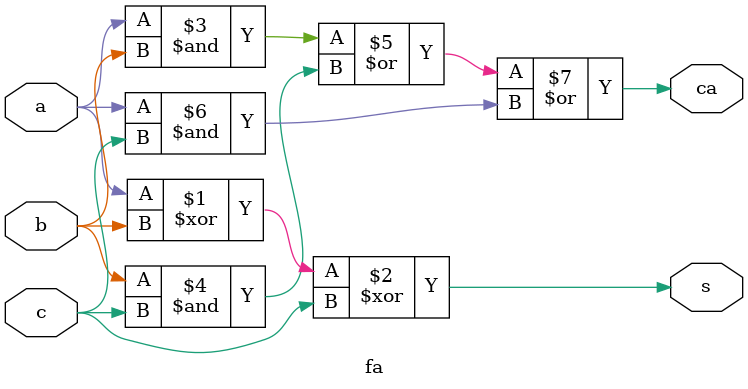
<source format=v>
module daddaa(a,b,p);
  input [3:0]a,b;
  output [8:1]p;
  wire [13:1]d;
  wire[10:1]fs1;
  or(C,A,B);
  wire [15:0]x;
 
  assign p[1]=a[0]&b[0];
 
  assign x[0]=a[1]&b[0];
  assign x[1]=a[0]&b[1];
  fa f1(x[0],x[1],1'b0,fs1[1],d[1]);
 
  assign x[2]=a[2]&b[0];
  assign x[3]=a[1]&b[1];
  assign x[4]=a[0]&b[2];
 
  fa f2(x[2],x[3],x[4],fs1[2],d[2]);
 
  assign x[5]=a[2]&b[1];
  assign x[6]=a[1]&b[2];
  assign x[7]=a[0]&b[3];
  fa f3(x[5],x[6],x[7],fs1[3],d[3]);
  assign x[8]=a[3]&b[1];
  assign x[9]=a[2]&b[2];
  assign x[10]=a[1]&b[3];
  fa f4(x[8],x[9],x[10],fs1[4],d[4]);
  assign x[11]=a[3]&b[2];
  assign x[12]=a[2]&b[3];
  fa f5(x[11],x[12],1'b0,fs1[5],d[5]);
  assign x[13]=a[3]&b[3];
   
   
    fa f6(d[1],fs1[2],1'b0,p[3],d[6]);
    assign x[14]=a[3]&b[0];
    fa f7(d[2],fs1[3],x[14],fs1[7],d[7]);
    fa f8(d[3],fs1[4],1'b0,fs1[8],d[8]);
    fa f9(d[4],fs1[5],1'b0,fs1[9],d[9]);
    fa f10(d[5],x[13],1'b0,fs1[10],d[10]);
    fa f11(d[6],fs1[7],1'b0,p[4],d[11]);
    fa f12(d[11],d[7],fs1[8],p[5],d[12]);
   
    fa f13(d[12],fs1[9],d[8],p[6],d[13]);
    fa f14(d[13],d[9],fs1[10],p[7],x[15]);
   
    assign p[8]=d[10];
    //assign p[3]=fs[6];
    assign p[2]=fs1[1];
   
endmodule
 

 
  module fa(a,b,c,s,ca);
    input a,b,c;
    output s,ca;
    assign s=a^b^c;
    assign ca=(a&b)|(b&c)|(a&c);
  endmodule

</source>
